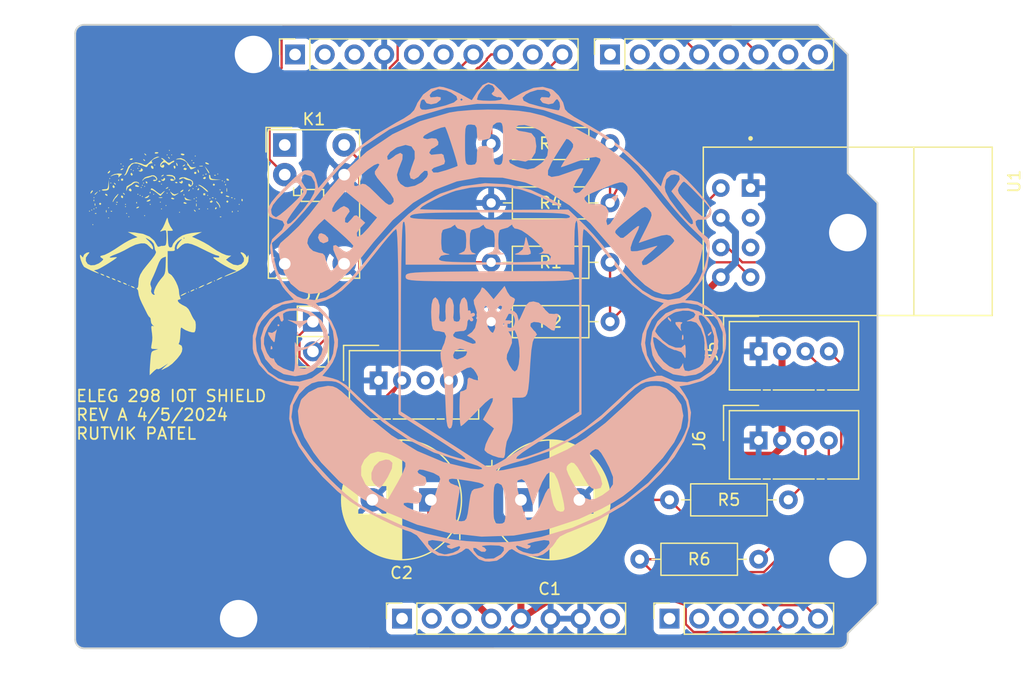
<source format=kicad_pcb>
(kicad_pcb (version 20221018) (generator pcbnew)
  (title_block (date "mar. 31 mars 2015"))
  (layers (0 "F.Cu" signal) (31 "B.Cu" signal) (34 "B.Paste" user) (35 "F.Paste" user) (36 "B.SilkS" user "B.Silkscreen") (37 "F.SilkS" user "F.Silkscreen") (38 "B.Mask" user) (39 "F.Mask" user) (44 "Edge.Cuts" user))
  (net 0 "")
  (net 1 "GND")
  (net 3 "+5V")
  (net 4 "/IOREF")
  (net 5 "/A0")
  (net 6 "/A1")
  (net 7 "/A2")
  (net 8 "/A3")
  (net 9 "/SDA{slash}A4")
  (net 10 "/SCL{slash}A5")
  (net 11 "/13")
  (net 12 "/12")
  (net 13 "/AREF")
  (net 14 "/8")
  (net 15 "/7")
  (net 16 "+3.3V")
  (net 17 "/UNO_RX")
  (net 18 "/*9")
  (net 19 "/4")
  (net 20 "/2")
  (net 21 "/*6")
  (net 22 "/*5")
  (net 23 "/TX{slash}1")
  (net 24 "/*3")
  (net 25 "/RX{slash}0")
  (net 26 "VCC")
  (net 27 "/~{RESET}")
  (net 28 "/UNO_TX")
  (net 29 "/ESP_RX")
  (net 30 "/ESP_RST")
  (net 33 "Net-(J6-Pin_3)")
  (net 34 "Net-(J6-Pin_4)")
  (net 35 "Net-(J7-Pin_2)")
  (footprint "Connector_PinSocket_2.54mm:PinSocket_1x08_P2.54mm_Vertical" (layer "F.Cu") (at 127.94 97.46 90)
    (fp_text reference "J1" hide)
    (fp_text value "Power")
    (pad "1" thru_hole rect locked (at 0 0 90) (size 1.7 1.7) (drill 1) (layers "*.Cu" "*.Mask"))
    (pad "2" thru_hole oval locked (at 0 2.54 90) (size 1.7 1.7) (drill 1) (layers "*.Cu" "*.Mask") (net 4 "/IOREF"))
    (pad "3" thru_hole oval locked (at 0 5.08 90) (size 1.7 1.7) (drill 1) (layers "*.Cu" "*.Mask") (net 27 "/~{RESET}"))
    (pad "4" thru_hole oval locked (at 0 7.62 90) (size 1.7 1.7) (drill 1) (layers "*.Cu" "*.Mask") (net 16 "+3.3V"))
    (pad "5" thru_hole oval locked (at 0 10.16 90) (size 1.7 1.7) (drill 1) (layers "*.Cu" "*.Mask") (net 3 "+5V"))
    (pad "6" thru_hole oval locked (at 0 12.7 90) (size 1.7 1.7) (drill 1) (layers "*.Cu" "*.Mask") (net 1 "GND"))
    (pad "7" thru_hole oval locked (at 0 15.24 90) (size 1.7 1.7) (drill 1) (layers "*.Cu" "*.Mask") (net 1 "GND"))
    (pad "8" thru_hole oval locked (at 0 17.78 90) (size 1.7 1.7) (drill 1) (layers "*.Cu" "*.Mask") (net 26 "VCC"))
  )
  (footprint "Connector_PinSocket_2.54mm:PinSocket_1x06_P2.54mm_Vertical" (layer "F.Cu") (at 150.8 97.46 90)
    (fp_text reference "J3" hide)
    (fp_text value "Analog")
    (pad "1" thru_hole rect locked (at 0 0 90) (size 1.7 1.7) (drill 1) (layers "*.Cu" "*.Mask") (net 5 "/A0"))
    (pad "2" thru_hole oval locked (at 0 2.54 90) (size 1.7 1.7) (drill 1) (layers "*.Cu" "*.Mask") (net 6 "/A1"))
    (pad "3" thru_hole oval locked (at 0 5.08 90) (size 1.7 1.7) (drill 1) (layers "*.Cu" "*.Mask") (net 7 "/A2"))
    (pad "4" thru_hole oval locked (at 0 7.62 90) (size 1.7 1.7) (drill 1) (layers "*.Cu" "*.Mask") (net 8 "/A3"))
    (pad "5" thru_hole oval locked (at 0 10.16 90) (size 1.7 1.7) (drill 1) (layers "*.Cu" "*.Mask") (net 9 "/SDA{slash}A4"))
    (pad "6" thru_hole oval locked (at 0 12.7 90) (size 1.7 1.7) (drill 1) (layers "*.Cu" "*.Mask") (net 10 "/SCL{slash}A5"))
  )
  (footprint "Connector_PinSocket_2.54mm:PinSocket_1x10_P2.54mm_Vertical" (layer "F.Cu") (at 118.796 49.2 90)
    (fp_text reference "J2" hide)
    (fp_text value "Digital/PWM")
    (pad "1" thru_hole rect locked (at 0 0 90) (size 1.7 1.7) (drill 1) (layers "*.Cu" "*.Mask") (net 10 "/SCL{slash}A5"))
    (pad "2" thru_hole oval locked (at 0 2.54 90) (size 1.7 1.7) (drill 1) (layers "*.Cu" "*.Mask") (net 9 "/SDA{slash}A4"))
    (pad "3" thru_hole oval locked (at 0 5.08 90) (size 1.7 1.7) (drill 1) (layers "*.Cu" "*.Mask") (net 13 "/AREF"))
    (pad "4" thru_hole oval locked (at 0 7.62 90) (size 1.7 1.7) (drill 1) (layers "*.Cu" "*.Mask") (net 1 "GND"))
    (pad "5" thru_hole oval locked (at 0 10.16 90) (size 1.7 1.7) (drill 1) (layers "*.Cu" "*.Mask") (net 11 "/13"))
    (pad "6" thru_hole oval locked (at 0 12.7 90) (size 1.7 1.7) (drill 1) (layers "*.Cu" "*.Mask") (net 12 "/12"))
    (pad "7" thru_hole oval locked (at 0 15.24 90) (size 1.7 1.7) (drill 1) (layers "*.Cu" "*.Mask") (net 28 "/UNO_TX"))
    (pad "8" thru_hole oval locked (at 0 17.78 90) (size 1.7 1.7) (drill 1) (layers "*.Cu" "*.Mask") (net 17 "/UNO_RX"))
    (pad "9" thru_hole oval locked (at 0 20.32 90) (size 1.7 1.7) (drill 1) (layers "*.Cu" "*.Mask") (net 18 "/*9"))
    (pad "10" thru_hole oval locked (at 0 22.86 90) (size 1.7 1.7) (drill 1) (layers "*.Cu" "*.Mask") (net 14 "/8"))
  )
  (footprint "Connector_PinSocket_2.54mm:PinSocket_1x08_P2.54mm_Vertical" (layer "F.Cu") (at 145.72 49.2 90)
    (fp_text reference "J4" hide)
    (fp_text value "Digital/PWM")
    (pad "1" thru_hole rect locked (at 0 0 90) (size 1.7 1.7) (drill 1) (layers "*.Cu" "*.Mask") (net 15 "/7"))
    (pad "2" thru_hole oval locked (at 0 2.54 90) (size 1.7 1.7) (drill 1) (layers "*.Cu" "*.Mask") (net 21 "/*6"))
    (pad "3" thru_hole oval locked (at 0 5.08 90) (size 1.7 1.7) (drill 1) (layers "*.Cu" "*.Mask") (net 22 "/*5"))
    (pad "4" thru_hole oval locked (at 0 7.62 90) (size 1.7 1.7) (drill 1) (layers "*.Cu" "*.Mask") (net 19 "/4"))
    (pad "5" thru_hole oval locked (at 0 10.16 90) (size 1.7 1.7) (drill 1) (layers "*.Cu" "*.Mask") (net 24 "/*3"))
    (pad "6" thru_hole oval locked (at 0 12.7 90) (size 1.7 1.7) (drill 1) (layers "*.Cu" "*.Mask") (net 20 "/2"))
    (pad "7" thru_hole oval locked (at 0 15.24 90) (size 1.7 1.7) (drill 1) (layers "*.Cu" "*.Mask") (net 23 "/TX{slash}1"))
    (pad "8" thru_hole oval locked (at 0 17.78 90) (size 1.7 1.7) (drill 1) (layers "*.Cu" "*.Mask") (net 25 "/RX{slash}0"))
  )
  (footprint "Resistor_THT:R_Axial_DIN0207_L6.3mm_D2.5mm_P10.16mm_Horizontal" (layer "F.Cu") (at 150.8 87.3)
    (fp_text reference "R5" (at 5.08 0) (layer "F.SilkS"))
    (fp_text value "4.7k ")
    (pad "1" thru_hole circle (at 0 0) (size 1.6 1.6) (drill 0.8) (layers "*.Cu" "*.Mask") (net 9 "/SDA{slash}A4"))
    (pad "2" thru_hole oval (at 10.16 0) (size 1.6 1.6) (drill 0.8) (layers "*.Cu" "*.Mask") (net 33 "Net-(J6-Pin_3)"))
  )
  (footprint "Resistor_THT:R_Axial_DIN0207_L6.3mm_D2.5mm_P10.16mm_Horizontal" (layer "F.Cu") (at 135.56 56.82)
    (fp_text reference "R3" (at 5.08 0) (layer "F.SilkS"))
    (fp_text value "1k")
    (pad "1" thru_hole circle (at 0 0) (size 1.6 1.6) (drill 0.8) (layers "*.Cu" "*.Mask") (net 14 "/8"))
    (pad "2" thru_hole oval (at 10.16 0) (size 1.6 1.6) (drill 0.8) (layers "*.Cu" "*.Mask") (net 30 "/ESP_RST"))
  )
  (footprint "Resistor_THT:R_Axial_DIN0207_L6.3mm_D2.5mm_P10.16mm_Horizontal" (layer "F.Cu") (at 145.72 72.06 180)
    (fp_text reference "R2" (at 5.08 0) (layer "F.SilkS"))
    (fp_text value "2k")
    (pad "1" thru_hole circle (at 0 0 180) (size 1.6 1.6) (drill 0.8) (layers "*.Cu" "*.Mask") (net 29 "/ESP_RX"))
    (pad "2" thru_hole oval (at 10.16 0 180) (size 1.6 1.6) (drill 0.8) (layers "*.Cu" "*.Mask") (net 1 "GND"))
  )
  (footprint "Relay_THT:Relay_SPDT_Omron_G5V-1" (layer "F.Cu") (at 117.9125 56.9425)
    (fp_text reference "K1" (at 2.5 -2.2) (layer "F.SilkS"))
    (fp_text value "G5V-1")
    (pad "1" thru_hole rect (at 0 0) (size 2 2) (drill 1) (layers "*.Cu" "*.Mask"))
    (pad "2" thru_hole circle (at 0 2.54) (size 2 2) (drill 1) (layers "*.Cu" "*.Mask") (net 20 "/2"))
    (pad "5" thru_hole circle (at 0 10.16) (size 2 2) (drill 1) (layers "*.Cu" "*.Mask") (net 1 "GND"))
    (pad "6" thru_hole circle (at 5.08 10.16) (size 2 2) (drill 1) (layers "*.Cu" "*.Mask") (net 1 "GND"))
    (pad "9" thru_hole circle (at 5.08 2.54) (size 2 2) (drill 1) (layers "*.Cu" "*.Mask") (net 1 "GND"))
    (pad "10" thru_hole circle (at 5.08 0) (size 2 2) (drill 1) (layers "*.Cu" "*.Mask") (net 35 "Net-(J7-Pin_2)"))
  )
  (footprint "Connector:NS-Tech_Grove_1x04_P2mm_Vertical" (layer "F.Cu") (at 158.42 82.22 90)
    (fp_text reference "J6" (at 0 -5.08 90) (layer "F.SilkS"))
    (fp_text value "LCD ")
    (pad "1" thru_hole rect (at 0 0 90) (size 1.524 1.524) (drill 0.762) (layers "*.Cu" "*.Mask") (net 1 "GND"))
    (pad "2" thru_hole circle (at 0 2 90) (size 1.524 1.524) (drill 0.762) (layers "*.Cu" "*.Mask") (net 3 "+5V"))
    (pad "3" thru_hole circle (at 0 4 90) (size 1.524 1.524) (drill 0.762) (layers "*.Cu" "*.Mask") (net 33 "Net-(J6-Pin_3)"))
    (pad "4" thru_hole circle (at 0 6 90) (size 1.524 1.524) (drill 0.762) (layers "*.Cu" "*.Mask") (net 34 "Net-(J6-Pin_4)"))
  )
  (footprint "Arduino_MountingHole:MountingHole_3.2mm" (layer "F.Cu") (at 115.24 49.2)
    (fp_text reference "MH1" hide)
    (fp_text value "MountingHole_3.2mm" hide)
    (pad "" np_thru_hole circle locked (at 0 0) (size 3.2 3.2) (drill 3.2) (layers "*.Cu" "*.Mask"))
  )
  (footprint "Connector_PinHeader_2.54mm:PinHeader_1x02_P2.54mm_Vertical" (layer "F.Cu") (at 120.32 72.06)
    (fp_text reference "J7" (at 0 -2.33) (layer "F.SilkS"))
    (fp_text value "Conn_01x02_Socket")
    (pad "1" thru_hole rect (at 0 0) (size 1.7 1.7) (drill 1) (layers "*.Cu" "*.Mask") (net 3 "+5V"))
    (pad "2" thru_hole oval (at 0 2.54) (size 1.7 1.7) (drill 1) (layers "*.Cu" "*.Mask") (net 35 "Net-(J7-Pin_2)"))
  )
  (footprint "LOGO" (layer "F.Cu") (at 107.62 66.98)
    (fp_text reference "G***" hide)
    (fp_text value "LOGO" hide)
  )
  (footprint "Capacitor_THT:CP_Radial_D10.0mm_P5.00mm" (layer "F.Cu") (at 130.4 87.3 180)
    (fp_text reference "C2" (at 2.5 -6.25) (layer "F.SilkS"))
    (fp_text value "1000u")
    (pad "1" thru_hole rect (at 0 0 180) (size 2 2) (drill 1) (layers "*.Cu" "*.Mask") (net 16 "+3.3V"))
    (pad "2" thru_hole circle (at 5 0 180) (size 2 2) (drill 1) (layers "*.Cu" "*.Mask") (net 1 "GND"))
  )
  (footprint "Resistor_THT:R_Axial_DIN0207_L6.3mm_D2.5mm_P10.16mm_Horizontal" (layer "F.Cu") (at 135.56 66.98)
    (fp_text reference "R1" (at 5.08 0) (layer "F.SilkS"))
    (fp_text value "1k")
    (pad "1" thru_hole circle (at 0 0) (size 1.6 1.6) (drill 0.8) (layers "*.Cu" "*.Mask") (net 28 "/UNO_TX"))
    (pad "2" thru_hole oval (at 10.16 0) (size 1.6 1.6) (drill 0.8) (layers "*.Cu" "*.Mask") (net 29 "/ESP_RX"))
  )
  (footprint "Connector:NS-Tech_Grove_1x04_P2mm_Vertical" (layer "F.Cu") (at 158.42 74.6 90)
    (fp_text reference "J5" (at 0 -4 90) (layer "F.SilkS"))
    (fp_text value "TEMP")
    (pad "1" thru_hole rect (at 0 0 90) (size 1.524 1.524) (drill 0.762) (layers "*.Cu" "*.Mask") (net 1 "GND"))
    (pad "2" thru_hole circle (at 0 2 90) (size 1.524 1.524) (drill 0.762) (layers "*.Cu" "*.Mask") (net 3 "+5V"))
    (pad "3" thru_hole circle (at 0 4 90) (size 1.524 1.524) (drill 0.762) (layers "*.Cu" "*.Mask") (net 9 "/SDA{slash}A4"))
    (pad "4" thru_hole circle (at 0 6 90) (size 1.524 1.524) (drill 0.762) (layers "*.Cu" "*.Mask") (net 10 "/SCL{slash}A5"))
  )
  (footprint "Connector:NS-Tech_Grove_1x04_P2mm_Vertical" (layer "F.Cu") (at 125.94 77.085 90)
    (fp_text reference "J8" (at -2.595 -4 90) (layer "F.SilkS"))
    (fp_text value "LED")
    (pad "1" thru_hole rect (at 0 0 90) (size 1.524 1.524) (drill 0.762) (layers "*.Cu" "*.Mask") (net 1 "GND"))
    (pad "2" thru_hole circle (at 0 2 90) (size 1.524 1.524) (drill 0.762) (layers "*.Cu" "*.Mask") (net 3 "+5V"))
    (pad "3" thru_hole circle (at 0 4 90) (size 1.524 1.524) (drill 0.762) (layers "*.Cu" "*.Mask"))
    (pad "4" thru_hole circle (at 0 6 90) (size 1.524 1.524) (drill 0.762) (layers "*.Cu" "*.Mask") (net 19 "/4"))
  )
  (footprint "Resistor_THT:R_Axial_DIN0207_L6.3mm_D2.5mm_P10.16mm_Horizontal" (layer "F.Cu") (at 145.72 61.9 180)
    (fp_text reference "R4" (at 5.08 0) (layer "F.SilkS"))
    (fp_text value "2k")
    (pad "1" thru_hole circle (at 0 0 180) (size 1.6 1.6) (drill 0.8) (layers "*.Cu" "*.Mask") (net 30 "/ESP_RST"))
    (pad "2" thru_hole oval (at 10.16 0 180) (size 1.6 1.6) (drill 0.8) (layers "*.Cu" "*.Mask") (net 1 "GND"))
  )
  (footprint "ESP8266-01_ESP-01:XCVR_ESP8266-01_ESP-01" (layer "F.Cu") (at 166.04 64.44 -90)
    (fp_text reference "U1" (at -4.385 -14.235 90) (layer "F.SilkS"))
    (fp_text value "ESP8266-01_ESP-01")
    (pad "1" thru_hole rect (at -3.81 8.31 270) (size 1.5 1.5) (drill 0.8) (layers "*.Cu" "*.Mask") (net 1 "GND"))
    (pad "2" thru_hole circle (at -1.27 8.31 270) (size 1.5 1.5) (drill 0.8) (layers "*.Cu" "*.Mask"))
    (pad "3" thru_hole circle (at 1.27 8.31 270) (size 1.5 1.5) (drill 0.8) (layers "*.Cu" "*.Mask"))
    (pad "4" thru_hole circle (at 3.81 8.31 270) (size 1.5 1.5) (drill 0.8) (layers "*.Cu" "*.Mask") (net 29 "/ESP_RX"))
    (pad "5" thru_hole circle (at -3.81 10.85 270) (size 1.5 1.5) (drill 0.8) (layers "*.Cu" "*.Mask") (net 17 "/UNO_RX"))
    (pad "6" thru_hole circle (at -1.27 10.85 270) (size 1.5 1.5) (drill 0.8) (layers "*.Cu" "*.Mask") (net 16 "+3.3V"))
    (pad "7" thru_hole circle (at 1.27 10.85 270) (size 1.5 1.5) (drill 0.8) (layers "*.Cu" "*.Mask") (net 30 "/ESP_RST"))
    (pad "8" thru_hole circle (at 3.81 10.85 270) (size 1.5 1.5) (drill 0.8) (layers "*.Cu" "*.Mask") (net 16 "+3.3V"))
  )
  (footprint "Arduino_MountingHole:MountingHole_3.2mm" (layer "F.Cu") (at 113.97 97.46)
    (fp_text reference "MH2" hide)
    (fp_text value "MountingHole_3.2mm" hide)
    (pad "" np_thru_hole circle locked (at 0 0) (size 3.2 3.2) (drill 3.2) (layers "*.Cu" "*.Mask"))
  )
  (footprint "Arduino_MountingHole:MountingHole_3.2mm" (layer "F.Cu") (at 166.04 64.44)
    (fp_text reference "MH3" hide)
    (fp_text value "MountingHole_3.2mm" hide)
    (pad "" np_thru_hole circle locked (at 0 0) (size 3.2 3.2) (drill 3.2) (layers "*.Cu" "*.Mask"))
  )
  (footprint "Resistor_THT:R_Axial_DIN0207_L6.3mm_D2.5mm_P10.16mm_Horizontal" (layer "F.Cu") (at 148.26 92.38)
    (fp_text reference "R6" (at 5.08 0) (layer "F.SilkS"))
    (fp_text value "4.7k ")
    (pad "1" thru_hole circle (at 0 0) (size 1.6 1.6) (drill 0.8) (layers "*.Cu" "*.Mask") (net 10 "/SCL{slash}A5"))
    (pad "2" thru_hole oval (at 10.16 0) (size 1.6 1.6) (drill 0.8) (layers "*.Cu" "*.Mask") (net 34 "Net-(J6-Pin_4)"))
  )
  (footprint "Arduino_MountingHole:MountingHole_3.2mm" (layer "F.Cu") (at 166.04 92.38)
    (fp_text reference "MH4" hide)
    (fp_text value "MountingHole_3.2mm" hide)
    (pad "" np_thru_hole circle locked (at 0 0) (size 3.2 3.2) (drill 3.2) (layers "*.Cu" "*.Mask"))
  )
  (footprint "Capacitor_THT:CP_Radial_D10.0mm_P5.00mm" (layer "F.Cu") (at 138.1 87.3)
    (fp_text reference "C1" (at 2.46 7.62) (layer "F.SilkS"))
    (fp_text value "1000u")
    (pad "1" thru_hole rect (at 0 0) (size 2 2) (drill 1) (layers "*.Cu" "*.Mask") (net 3 "+5V"))
    (pad "2" thru_hole circle (at 5 0) (size 2 2) (drill 1) (layers "*.Cu" "*.Mask") (net 1 "GND"))
  )
  (footprint "LOGO" (layer "B.Cu") (at 135.56 72.06 180)
    (fp_text reference "G***" (at 0 0) (layer "B.SilkS") (effects (font (size 1.5 1.5) (thickness 0.3)) (justify mirror)))
    (fp_text value "LOGO" hide)
  )
  (gr_line (start 166.04 59.36) (end 168.58 61.9) (stroke (width 0.15)) (layer "Edge.Cuts"))
  (gr_line (start 100 99.238) (end 100 47.422) (stroke (width 0.15)) (layer "Edge.Cuts"))
  (gr_line (start 168.58 61.9) (end 168.58 96.19) (stroke (width 0.15)) (layer "Edge.Cuts"))
  (gr_line (start 165.278 100) (end 100.762 100) (stroke (width 0.15)) (layer "Edge.Cuts"))
  (gr_line (start 100.762 46.66) (end 163.5 46.66) (stroke (width 0.15)) (layer "Edge.Cuts"))
  (gr_arc (start 100.762 100) (mid 100.223185 99.776815) (end 100 99.238) (stroke (width 0.15)) (layer "Edge.Cuts"))
  (gr_line (start 168.58 96.19) (end 166.04 98.73) (stroke (width 0.15)) (layer "Edge.Cuts"))
  (gr_line (start 163.5 46.66) (end 166.04 49.2) (stroke (width 0.15)) (layer "Edge.Cuts"))
  (gr_arc (start 166.04 99.238) (mid 165.816815 99.776815) (end 165.278 100) (stroke (width 0.15)) (layer "Edge.Cuts"))
  (gr_line (start 166.04 49.2) (end 166.04 59.36) (stroke (width 0.15)) (layer "Edge.Cuts"))
  (gr_line (start 166.04 98.73) (end 166.04 99.238) (stroke (width 0.15)) (layer "Edge.Cuts"))
  (gr_arc (start 100 47.422) (mid 100.223185 46.883185) (end 100.762 46.66) (stroke (width 0.15)) (layer "Edge.Cuts"))
  (gr_text "ELEG 298 IOT SHIELD\nREV A 4/5/2024\nRUTVIK PATEL" (at 100 82.22) (layer "F.SilkS") (effects (font (size 1 1)) (justify left bottom)))
  (segment (start 120.32 72.06) (end 119.17 73.21) (width 0.2) (layer "F.Cu") (net 3))
  (segment (start 124.1 98.7) (end 125.225 99.825) (width 0.2) (layer "F.Cu") (net 3))
  (segment (start 159.682 83.482) (end 149.522 83.482) (width 0.6) (layer "F.Cu") (net 3))
  (segment (start 148.26 82.22) (end 145.72 92.38) (width 0.6) (layer "F.Cu") (net 3))
  (segment (start 160.42 82.744) (end 159.682 83.482) (width 0.6) (layer "F.Cu") (net 3))
  (segment (start 123.773654 79.68) (end 125.345 79.68) (width 0.2) (layer "F.Cu") (net 3))
  (segment (start 160.42 82.22) (end 160.42 82.744) (width 0.6) (layer "F.Cu") (net 3))
  (segment (start 135.735 99.825) (end 138.1 97.46) (width 0.2) (layer "F.Cu") (net 3))
  (segment (start 119.17 75.076346) (end 123.773654 79.68) (width 0.2) (layer "F.Cu") (net 3))
  (segment (start 119.17 73.21) (end 119.17 75.076346) (width 0.2) (layer "F.Cu") (net 3))
  (segment (start 160.42 74.6) (end 160.42 82.22) (width 0.6) (layer "F.Cu") (net 3))
  (segment (start 118.837497 89.84) (end 124.1 98.7) (width 0.2) (layer "F.Cu") (net 3))
  (segment (start 127.94 77.085) (end 118.837497 89.84) (width 0.2) (layer "F.Cu") (net 3))
  (segment (start 149.522 83.482) (end 148.26 82.22) (width 0.6) (layer "F.Cu") (net 3))
  (segment (start 138.1 87.3) (end 138.1 97.46) (width 0.6) (layer "F.Cu") (net 3))
  (segment (start 145.72 92.38) (end 138.1 97.46) (width 0.6) (layer "F.Cu") (net 3))
  (segment (start 125.225 99.825) (end 135.735 99.825) (width 0.2) (layer "F.Cu") (net 3))
  (segment (start 125.345 79.68) (end 127.94 77.085) (width 0.2) (layer "F.Cu") (net 3))
  (segment (start 145.72 94.92) (end 148.26 94.92) (width 0.2) (layer "F.Cu") (net 9))
  (segment (start 162.42 74.6) (end 165.482 77.662) (width 0.2) (layer "F.Cu") (net 9))
  (segment (start 148.26 94.92) (end 152.19 96.31) (width 0.2) (layer "F.Cu") (net 9))
  (segment (start 165.482 77.662) (end 165.482 86.873635) (width 0.2) (layer "F.Cu") (net 9))
  (segment (start 152.863654 98.61) (end 159.81 98.61) (width 0.2) (layer "F.Cu") (net 9))
  (segment (start 150.8 87.3) (end 148.26 87.3) (width 0.2) (layer "F.Cu") (net 9))
  (segment (start 159.81 98.61) (end 160.96 97.46) (width 0.2) (layer "F.Cu") (net 9))
  (segment (start 152.19 96.31) (end 152.19 97.936346) (width 0.2) (layer "F.Cu") (net 9))
  (segment (start 148.26 87.3) (end 146.544622 92.220257) (width 0.2) (layer "F.Cu") (net 9))
  (segment (start 156.98 93.48) (end 150.8 87.3) (width 0.2) (layer "F.Cu") (net 9))
  (segment (start 158.875635 93.48) (end 156.98 93.48) (width 0.2) (layer "F.Cu") (net 9))
  (segment (start 152.19 97.936346) (end 152.863654 98.61) (width 0.2) (layer "F.Cu") (net 9))
  (segment (start 146.544622 92.220257) (end 145.72 94.92) (width 0.2) (layer "F.Cu") (net 9))
  (segment (start 165.482 86.873635) (end 158.875635 93.48) (width 0.2) (layer "F.Cu") (net 9))
  (segment (start 164.42 74.6) (end 167.821256 78.001256) (width 0.2) (layer "F.Cu") (net 10))
  (segment (start 162.35 96.31) (end 163.5 97.46) (width 0.2) (layer "F.Cu") (net 10))
  (segment (start 153.34 92.38) (end 148.26 92.38) (width 0.2) (layer "F.Cu") (net 10))
  (segment (start 167.821256 85.518744) (end 159.26 94.08) (width 0.2) (layer "F.Cu") (net 10))
  (segment (start 167.821256 78.001256) (end 167.821256 85.518744) (width 0.2) (layer "F.Cu") (net 10))
  (segment (start 158.896346 96.31) (end 162.35 96.31) (width 0.2) (layer "F.Cu") (net 10))
  (segment (start 155.04 94.08) (end 153.34 92.38) (width 0.2) (layer "F.Cu") (net 10))
  (segment (start 159.26 94.08) (end 155.04 94.08) (width 0.2) (layer "F.Cu") (net 10))
  (segment (start 148.26 92.38) (end 150.8 94.92) (width 0.2) (layer "F.Cu") (net 10))
  (segment (start 157.506346 94.92) (end 158.896346 96.31) (width 0.2) (layer "F.Cu") (net 10))
  (segment (start 150.8 94.92) (end 157.506346 94.92) (width 0.2) (layer "F.Cu") (net 10))
  (segment (start 135.56 55.296) (end 135.56 56.82) (width 0.2) (layer "F.Cu") (net 14))
  (segment (start 141.656 49.2) (end 135.56 55.296) (width 0.2) (layer "F.Cu") (net 14))
  (segment (start 130.4 87.3) (end 130.4 92.3) (width 0.6) (layer "F.Cu") (net 16))
  (segment (start 130.4 92.3) (end 135.56 97.46) (width 0.6) (layer "F.Cu") (net 16))
  (segment (start 140.56 77.14) (end 130.4 87.3) (width 0.6) (layer "F.Cu") (net 16))
  (segment (start 155.19 68.25) (end 146.3 77.14) (width 0.6) (layer "F.Cu") (net 16))
  (segment (start 146.3 77.14) (end 140.56 77.14) (width 0.6) (layer "F.Cu") (net 16))
  (segment (start 155.19 68.25) (end 156.44 67) (width 0.6) (layer "B.Cu") (net 16))
  (segment (start 156.44 64.42) (end 155.19 63.17) (width 0.6) (layer "B.Cu") (net 16))
  (segment (start 156.44 67) (end 156.44 64.42) (width 0.6) (layer "B.Cu") (net 16))
  (segment (start 134.41 50.35) (end 133.02 51.74) (width 0.2) (layer "F.Cu") (net 17))
  (segment (start 134.512346 50.35) (end 134.41 50.35) (width 0.2) (layer "F.Cu") (net 17))
  (segment (start 135.186 49.676346) (end 134.512346 50.35) (width 0.2) (layer "F.Cu") (net 17))
  (segment (start 133.02 64.44) (end 133.24 64.66) (width 0.2) (layer "F.Cu") (net 17))
  (segment (start 151.16 64.66) (end 155.19 60.63) (width 0.2) (layer "F.Cu") (net 17))
  (segment (start 135.186 49.574) (end 135.186 49.676346) (width 0.2) (layer "F.Cu") (net 17))
  (segment (start 135.56 49.2) (end 135.186 49.574) (width 0.2) (layer "F.Cu") (net 17))
  (segment (start 136.576 49.2) (end 135.56 49.2) (width 0.2) (layer "F.Cu") (net 17))
  (segment (start 133.02 51.74) (end 133.02 64.44) (width 0.2) (layer "F.Cu") (net 17))
  (segment (start 133.24 64.66) (end 151.16 64.66) (width 0.2) (layer "F.Cu") (net 17))
  (segment (start 131.94 72.155635) (end 126.892346 67.107981) (width 0.2) (layer "F.Cu") (net 19))
  (segment (start 126.892346 50.35) (end 127.566 49.676346) (width 0.2) (layer "F.Cu") (net 19))
  (segment (start 127.94 47.235) (end 151.375 47.235) (width 0.2) (layer "F.Cu") (net 19))
  (segment (start 126.892346 67.107981) (end 126.892346 50.35) (width 0.2) (layer "F.Cu") (net 19))
  (segment (start 127.566 47.609) (end 127.94 47.235) (width 0.2) (layer "F.Cu") (net 19))
  (segment (start 127.566 49.676346) (end 127.566 47.609) (width 0.2) (layer "F.Cu") (net 19))
  (segment (start 151.375 47.235) (end 153.34 49.2) (width 0.2) (layer "F.Cu") (net 19))
  (segment (start 131.94 77.085) (end 131.94 72.155635) (width 0.2) (layer "F.Cu") (net 19))
  (segment (start 117.646 46.969) (end 117.78 46.835) (width 0.2) (layer "F.Cu") (net 20))
  (segment (start 156.055 46.835) (end 158.42 49.2) (width 0.2) (layer "F.Cu") (net 20))
  (segment (start 117.646 50.35) (end 117.646 46.969) (width 0.2) (layer "F.Cu") (net 20))
  (segment (start 116.6125 58.1825) (end 116.6125 51.3835) (width 0.2) (layer "F.Cu") (net 20))
  (segment (start 117.9125 59.4825) (end 116.6125 58.1825) (width 0.2) (layer "F.Cu") (net 20))
  (segment (start 117.78 46.835) (end 156.055 46.835) (width 0.2) (layer "F.Cu") (net 20))
  (segment (start 116.6125 51.3835) (end 117.646 50.35) (width 0.2) (layer "F.Cu") (net 20))
  (segment (start 127.94 66.98) (end 135.56 66.98) (width 0.2) (layer "F.Cu") (net 28))
  (segment (start 134.036 49.2) (end 127.54 55.696) (width 0.2) (layer "F.Cu") (net 28))
  (segment (start 127.54 55.696) (end 127.54 66.58) (width 0.2) (layer "F.Cu") (net 28))
  (segment (start 127.54 66.58) (end 127.94 66.98) (width 0.2) (layer "F.Cu") (net 28))
  (segment (start 145.72 72.06) (end 150.8 66.98) (width 0.2) (layer "F.Cu") (net 29))
  (segment (start 150.8 66.98) (end 156.46 66.98) (width 0.2) (layer "F.Cu") (net 29))
  (segment (start 156.46 66.98) (end 157.73 68.25) (width 0.2) (layer "F.Cu") (net 29))
  (segment (start 145.72 66.98) (end 145.72 72.06) (width 0.2) (layer "F.Cu") (net 29))
  (segment (start 148.26 56.82) (end 160.96 56.82) (width 0.2) (layer "F.Cu") (net 30))
  (segment (start 155.755686 65.71) (end 155.19 65.71) (width 0.2) (layer "F.Cu") (net 30))
  (segment (start 160.96 66.504925) (end 160.484925 66.98) (width 0.2) (layer "F.Cu") (net 30))
  (segment (start 145.72 56.82) (end 145.72 61.9) (width 0.2) (layer "F.Cu") (net 30))
  (segment (start 157.025686 66.98) (end 155.755686 65.71) (width 0.2) (layer "F.Cu") (net 30))
  (segment (start 160.484925 66.98) (end 157.025686 66.98) (width 0.2) (layer "F.Cu") (net 30))
  (segment (start 145.72 61.9) (end 148.26 56.82) (width 0.2) (layer "F.Cu") (net 30))
  (segment (start 160.96 56.82) (end 160.96 66.504925) (width 0.2) (layer "F.Cu") (net 30))
  (segment (start 162.42 85.84) (end 160.96 87.3) (width 0.2) (layer "F.Cu") (net 33))
  (segment (start 162.42 82.22) (end 162.42 85.84) (width 0.2) (layer "F.Cu") (net 33))
  (segment (start 164.42 86.38) (end 158.42 92.38) (width 0.2) (layer "F.Cu") (net 34))
  (segment (start 164.42 82.22) (end 164.42 86.38) (width 0.2) (layer "F.Cu") (net 34))
  (segment (start 122.9925 56.9425) (end 124.2925 58.2425) (width 0.2) (layer "F.Cu") (net 35))
  (segment (start 124.2925 58.2425) (end 124.2925 70.6275) (width 0.2) (layer "F.Cu") (net 35))
  (segment (start 124.2925 70.6275) (end 120.32 74.6) (width 0.2) (layer "F.Cu") (net 35))
  (zone (net 1) (net_name "GND") (layer "B.Cu") (connect_pads (clearance 0.508)) (min_thickness 0.25) (fill yes (thermal_gap 0.5) (thermal_bridge_width 0.5))
    (polygon (pts (xy 100 100) (xy 171.12 100) (xy 171.12 46.66) (xy 100 46.66)))
  )
)
</source>
